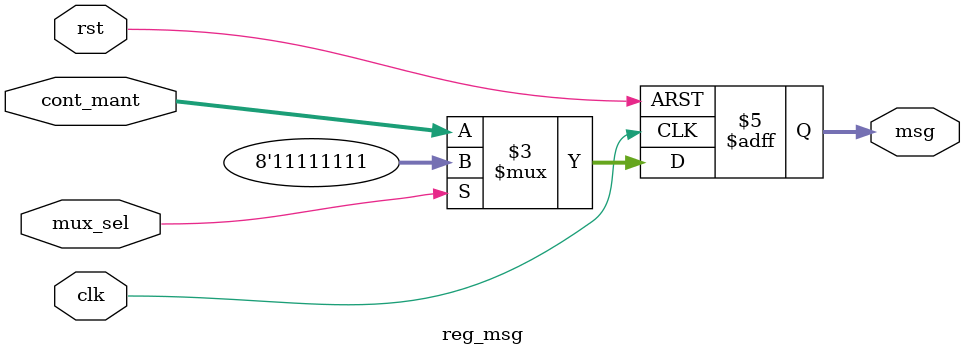
<source format=sv>
module SistemaMantenimiento(
	input logic M, clk, rst,
	output reg [7:0] msg, cont_mant, cont_ciclos
);
	
	logic [1:0] enable_mant, t0, rst_ciclos, mux_sel;
	
	//Máquina de estados responsable del control
	FSMmantenimiento FSM(
		M, t0, clk, rst,
		enable_mant, rst_ciclos, mux_sel
	);
	
	//registro de conteo ciclos
	reg_ciclos ciclos (
		rst_ciclos, rst, clk,
		cont_ciclos
	);
	
	//registro para conteo mant
	reg_mant mant (
		enable_mant, rst, clk,
		cont_mant
	);
	
	//registro de mensaje
	reg_msg r_msg (
		mux_sel, cont_mant, rst, clk,
		msg
	);
	
	//comparador para t0 si cont_ciclos es igual a 200
	assign t0 = (cont_ciclos >= 200);
	
endmodule


//Registro para contar la cantidad de veces que se ha realizado el mantenimiento
module reg_mant(
	input enable_mant, rst, clk,
	output reg [7:0] cont_mant
);

	reg [31:0] temp_cont;

	always_ff @(posedge clk or posedge rst)
		if (rst) temp_cont = 0;
		else if (enable_mant) temp_cont = temp_cont + 1;
	
	assign cont_mant = temp_cont;

endmodule


//Registro para contar la cantidad de ciclos o resetear a cero la cantidad de ciclos
module reg_ciclos(
	input rst_ciclos, rst, clk,
	output reg [7:0] cont_ciclos
);
	
	always_ff @(posedge clk or posedge rst or posedge rst_ciclos)
		if (rst || rst_ciclos) cont_ciclos = 0;
		else cont_ciclos = cont_ciclos + 1;

endmodule


//Registro de mensaje según linea de selección del MUX
module reg_msg(
	input mux_sel, input reg [7:0] cont_mant, input rst, input clk,
	output reg [7:0] msg
);

	always_ff @(posedge clk or posedge rst)
		if (rst) msg = 0;
		else if (mux_sel) msg = 8'b11111111;
		else msg = cont_mant;
		
endmodule

</source>
